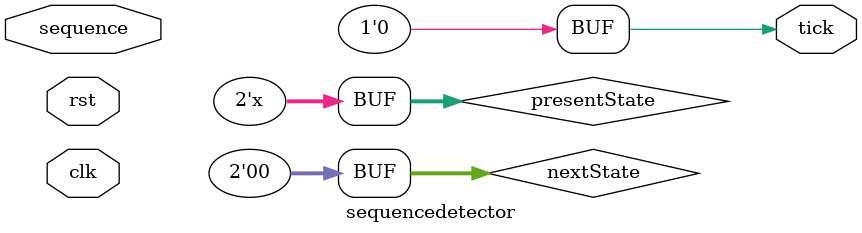
<source format=v>
module sequencedetector(
    input wire clk,rst,sequence,
    output reg tick
    );
localparam A=2'b00;
localparam B=2'b01;
localparam C=2'b10;
localparam D=2'b11;
reg[1:0]presentState,nextState;
always@(posedge clk,posedge rst)
begin
if(rst)
  presentState<=A;
  else presentState<=nextState;
end
//next state logic
always@(*)
begin
  //default or unassigned state remain same
   presentState=nextState;
	tick=1'b0;
case(presentState)
  A: if(sequence) nextState=B;
     else nextState=A;
  B: begin
     if(sequence) nextState=C;
	   else nextState=A;
		end
  C: begin
     if(sequence) nextState=C;
	   else nextState=D;
		end
  D: if(sequence)begin nextState=B;tick=1'b1;end
	   else nextState=A;
  default:begin
     tick=1'b0;nextState=A;
	  end
endcase
end
endmodule

</source>
